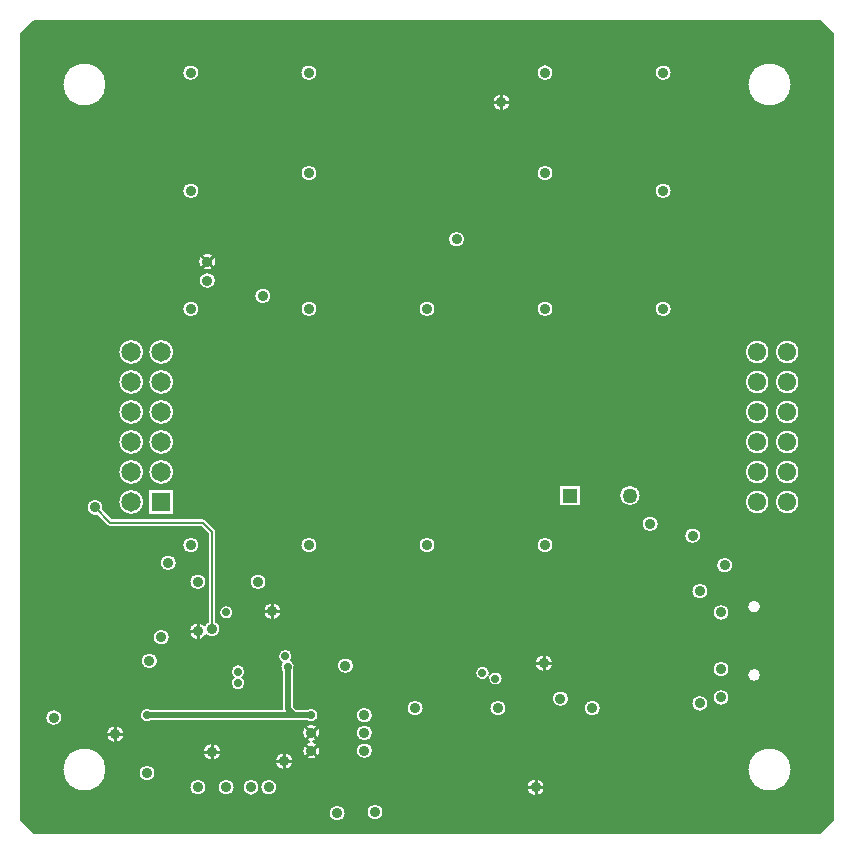
<source format=gbr>
G04 DesignSpark PCB PRO Gerber Version 10.0 Build 5299*
G04 #@! TF.Part,Single*
G04 #@! TF.FileFunction,Copper,L3,Inr*
G04 #@! TF.FilePolarity,Positive*
%FSLAX35Y35*%
%MOIN*%
G04 #@! TA.AperFunction,ComponentPad*
%ADD89R,0.05020X0.05020*%
%ADD29R,0.06496X0.06496*%
G04 #@! TD.AperFunction*
%ADD17C,0.00500*%
%ADD19C,0.00787*%
%ADD21C,0.01000*%
%ADD23C,0.01969*%
G04 #@! TA.AperFunction,ViaPad*
%ADD26C,0.02756*%
%ADD24C,0.03543*%
G04 #@! TA.AperFunction,ComponentPad*
%ADD90C,0.05020*%
%ADD28C,0.06102*%
%ADD72C,0.06496*%
G04 #@! TD.AperFunction*
X0Y0D02*
D02*
D17*
X14561Y269043D02*
Y7335D01*
X19002Y2894D01*
X280711D01*
X285152Y7335D01*
Y269043D01*
X280711Y273484D01*
X19002D01*
X14561Y269043D01*
X22638Y41339D02*
G75*
G02*
X28256I2809J0D01*
G01*
G75*
G02*
X22638I-2809J0D01*
G01*
X28346Y24016D02*
G75*
G02*
X43020I7337J0D01*
G01*
G75*
G02*
X28346I-7337J0D01*
G01*
Y252362D02*
G75*
G02*
X43020I7337J0D01*
G01*
G75*
G02*
X28346I-7337J0D01*
G01*
X79634Y73283D02*
G75*
G02*
X81012Y70866I-1431J-2417D01*
G01*
G75*
G02*
X76241Y68856I-2809J0D01*
G01*
G75*
G02*
X70457Y70079I-2763J1223D01*
G01*
G75*
G02*
X75695Y72132I3022J0D01*
G01*
G75*
G02*
X76772Y73283I2507J-1266D01*
G01*
Y102557D01*
X74460Y104868D01*
X44344D01*
G75*
G02*
X43331Y105289I0J1431D01*
G01*
X39924Y108696D01*
G75*
G02*
X36417Y111417I-697J2721D01*
G01*
G75*
G02*
X42035I2809J0D01*
G01*
G75*
G02*
X41948Y110720I-2809J0D01*
G01*
X44937Y107730D01*
X75053D01*
G75*
G02*
X76067Y107309I0J-1431D01*
G01*
X79213Y104163D01*
G75*
G02*
X79634Y103150I-1010J-1014D01*
G01*
Y73283D01*
X53740Y22835D02*
G75*
G02*
X59358I2809J0D01*
G01*
G75*
G02*
X53740I-2809J0D01*
G01*
X109952Y44148D02*
G75*
G02*
X113689Y42126I1322J-2022D01*
G01*
G75*
G02*
X109952Y40104I-2415J0D01*
G01*
X57871D01*
G75*
G02*
X54134Y42126I-1322J2022D01*
G01*
G75*
G02*
X57871Y44148I2415J0D01*
G01*
X101378D01*
Y56946D01*
G75*
G02*
X101450Y59694I2022J1322D01*
G01*
G75*
G02*
X100197Y61811I1162J2117D01*
G01*
G75*
G02*
X105028I2415J0D01*
G01*
G75*
G02*
X104562Y60385I-2415J0D01*
G01*
G75*
G02*
X105421Y56946I-1162J-2117D01*
G01*
Y44932D01*
X106206Y44148D01*
X109952D01*
X108252Y36220D02*
G75*
G02*
X114295I3022J0D01*
G01*
G75*
G02*
X111915Y33268I-3022J0D01*
G01*
G75*
G02*
X114295Y30315I-642J-2953D01*
G01*
G75*
G02*
X108252I-3022J0D01*
G01*
G75*
G02*
X110632Y33268I3022J0D01*
G01*
G75*
G02*
X108252Y36220I642J2953D01*
G01*
X70669Y18110D02*
G75*
G02*
X76287I2809J0D01*
G01*
G75*
G02*
X70669I-2809J0D01*
G01*
X75181Y29921D02*
G75*
G02*
X81224I3022J0D01*
G01*
G75*
G02*
X75181I-3022J0D01*
G01*
X80118Y18110D02*
G75*
G02*
X85736I2809J0D01*
G01*
G75*
G02*
X80118I-2809J0D01*
G01*
X88386D02*
G75*
G02*
X94004I2809J0D01*
G01*
G75*
G02*
X88386I-2809J0D01*
G01*
X94291D02*
G75*
G02*
X99909I2809J0D01*
G01*
G75*
G02*
X94291I-2809J0D01*
G01*
X99197Y26772D02*
G75*
G02*
X105240I3022J0D01*
G01*
G75*
G02*
X99197I-3022J0D01*
G01*
X54528Y60236D02*
G75*
G02*
X60146I2809J0D01*
G01*
G75*
G02*
X54528I-2809J0D01*
G01*
X58465Y68110D02*
G75*
G02*
X64083I2809J0D01*
G01*
G75*
G02*
X58465I-2809J0D01*
G01*
X60827Y92913D02*
G75*
G02*
X66445I2809J0D01*
G01*
G75*
G02*
X60827I-2809J0D01*
G01*
X68307Y98819D02*
G75*
G02*
X73925I2809J0D01*
G01*
G75*
G02*
X68307I-2809J0D01*
G01*
X70669Y86614D02*
G75*
G02*
X76287I2809J0D01*
G01*
G75*
G02*
X70669I-2809J0D01*
G01*
X42898Y35827D02*
G75*
G02*
X48941I3022J0D01*
G01*
G75*
G02*
X42898I-3022J0D01*
G01*
X46988Y113189D02*
G75*
G02*
X55559I4285J0D01*
G01*
G75*
G02*
X46988I-4285J0D01*
G01*
Y123189D02*
G75*
G02*
X55559I4285J0D01*
G01*
G75*
G02*
X46988I-4285J0D01*
G01*
Y133189D02*
G75*
G02*
X55559I4285J0D01*
G01*
G75*
G02*
X46988I-4285J0D01*
G01*
Y143189D02*
G75*
G02*
X55559I4285J0D01*
G01*
G75*
G02*
X46988I-4285J0D01*
G01*
Y153189D02*
G75*
G02*
X55559I4285J0D01*
G01*
G75*
G02*
X46988I-4285J0D01*
G01*
Y163189D02*
G75*
G02*
X55559I4285J0D01*
G01*
G75*
G02*
X46988I-4285J0D01*
G01*
X56988Y117474D02*
X65559D01*
Y108904D01*
X56988D01*
Y117474D01*
Y123189D02*
G75*
G02*
X65559I4285J0D01*
G01*
G75*
G02*
X56988I-4285J0D01*
G01*
Y133189D02*
G75*
G02*
X65559I4285J0D01*
G01*
G75*
G02*
X56988I-4285J0D01*
G01*
Y143189D02*
G75*
G02*
X65559I4285J0D01*
G01*
G75*
G02*
X56988I-4285J0D01*
G01*
Y153189D02*
G75*
G02*
X65559I4285J0D01*
G01*
G75*
G02*
X56988I-4285J0D01*
G01*
Y163189D02*
G75*
G02*
X65559I4285J0D01*
G01*
G75*
G02*
X56988I-4285J0D01*
G01*
X68307Y177559D02*
G75*
G02*
X73925I2809J0D01*
G01*
G75*
G02*
X68307I-2809J0D01*
G01*
Y216929D02*
G75*
G02*
X73925I2809J0D01*
G01*
G75*
G02*
X68307I-2809J0D01*
G01*
X73606Y193307D02*
G75*
G02*
X79650I3022J0D01*
G01*
G75*
G02*
X73606I-3022J0D01*
G01*
X73819Y187008D02*
G75*
G02*
X79437I2809J0D01*
G01*
G75*
G02*
X73819I-2809J0D01*
G01*
X68307Y256299D02*
G75*
G02*
X73925I2809J0D01*
G01*
G75*
G02*
X68307I-2809J0D01*
G01*
X80512Y76378D02*
G75*
G02*
X85343I2415J0D01*
G01*
G75*
G02*
X80512I-2415J0D01*
G01*
X84449Y56693D02*
G75*
G02*
X89280I2415J0D01*
G01*
G75*
G02*
X88264Y54724I-2415J0D01*
G01*
G75*
G02*
X89280Y52756I-1400J-1969D01*
G01*
G75*
G02*
X84449I-2415J0D01*
G01*
G75*
G02*
X85465Y54724I2415J0D01*
G01*
G75*
G02*
X84449Y56693I1400J1969D01*
G01*
X90748Y86614D02*
G75*
G02*
X96366I2809J0D01*
G01*
G75*
G02*
X90748I-2809J0D01*
G01*
X95260Y76772D02*
G75*
G02*
X101303I3022J0D01*
G01*
G75*
G02*
X95260I-3022J0D01*
G01*
X92323Y181890D02*
G75*
G02*
X97941I2809J0D01*
G01*
G75*
G02*
X92323I-2809J0D01*
G01*
X107677Y98819D02*
G75*
G02*
X113295I2809J0D01*
G01*
G75*
G02*
X107677I-2809J0D01*
G01*
Y177559D02*
G75*
G02*
X113295I2809J0D01*
G01*
G75*
G02*
X107677I-2809J0D01*
G01*
Y222835D02*
G75*
G02*
X113295I2809J0D01*
G01*
G75*
G02*
X107677I-2809J0D01*
G01*
Y256299D02*
G75*
G02*
X113295I2809J0D01*
G01*
G75*
G02*
X107677I-2809J0D01*
G01*
X117126Y9449D02*
G75*
G02*
X122744I2809J0D01*
G01*
G75*
G02*
X117126I-2809J0D01*
G01*
X119882Y58661D02*
G75*
G02*
X125500I2809J0D01*
G01*
G75*
G02*
X119882I-2809J0D01*
G01*
X126181Y30315D02*
G75*
G02*
X131799I2809J0D01*
G01*
G75*
G02*
X126181I-2809J0D01*
G01*
X129724Y9843D02*
G75*
G02*
X135343I2809J0D01*
G01*
G75*
G02*
X129724I-2809J0D01*
G01*
X126181Y36220D02*
G75*
G02*
X131799I2809J0D01*
G01*
G75*
G02*
X126181I-2809J0D01*
G01*
Y42126D02*
G75*
G02*
X131799I2809J0D01*
G01*
G75*
G02*
X126181I-2809J0D01*
G01*
X143110Y44488D02*
G75*
G02*
X148728I2809J0D01*
G01*
G75*
G02*
X143110I-2809J0D01*
G01*
X147047Y98819D02*
G75*
G02*
X152665I2809J0D01*
G01*
G75*
G02*
X147047I-2809J0D01*
G01*
Y177559D02*
G75*
G02*
X152665I2809J0D01*
G01*
G75*
G02*
X147047I-2809J0D01*
G01*
X156890Y200787D02*
G75*
G02*
X162508I2809J0D01*
G01*
G75*
G02*
X156890I-2809J0D01*
G01*
X170699Y55697D02*
G75*
G02*
X175106Y54331I1992J-1367D01*
G01*
G75*
G02*
X170276I-2415J0D01*
G01*
G75*
G02*
X170352Y54933I2416J-1D01*
G01*
G75*
G02*
X165945Y56299I-1992J1367D01*
G01*
G75*
G02*
X170776I2415J0D01*
G01*
G75*
G02*
X170699Y55697I-2416J1D01*
G01*
X170669Y44488D02*
G75*
G02*
X176287I2809J0D01*
G01*
G75*
G02*
X170669I-2809J0D01*
G01*
X171638Y246457D02*
G75*
G02*
X177681I3022J0D01*
G01*
G75*
G02*
X171638I-3022J0D01*
G01*
X183055Y18110D02*
G75*
G02*
X189098I3022J0D01*
G01*
G75*
G02*
X183055I-3022J0D01*
G01*
X185811Y59449D02*
G75*
G02*
X191854I3022J0D01*
G01*
G75*
G02*
X185811I-3022J0D01*
G01*
X191535Y47638D02*
G75*
G02*
X197154I2809J0D01*
G01*
G75*
G02*
X191535I-2809J0D01*
G01*
X186417Y98819D02*
G75*
G02*
X192035I2809J0D01*
G01*
G75*
G02*
X186417I-2809J0D01*
G01*
Y177559D02*
G75*
G02*
X192035I2809J0D01*
G01*
G75*
G02*
X186417I-2809J0D01*
G01*
Y222835D02*
G75*
G02*
X192035I2809J0D01*
G01*
G75*
G02*
X186417I-2809J0D01*
G01*
Y256299D02*
G75*
G02*
X192035I2809J0D01*
G01*
G75*
G02*
X186417I-2809J0D01*
G01*
X193947Y118902D02*
X201041D01*
Y111807D01*
X193947D01*
Y118902D01*
X202165Y44488D02*
G75*
G02*
X207783I2809J0D01*
G01*
G75*
G02*
X202165I-2809J0D01*
G01*
X213947Y115354D02*
G75*
G02*
X221041I3547J0D01*
G01*
G75*
G02*
X213947I-3547J0D01*
G01*
X221457Y105906D02*
G75*
G02*
X227075I2809J0D01*
G01*
G75*
G02*
X221457I-2809J0D01*
G01*
X225787Y177559D02*
G75*
G02*
X231406I2809J0D01*
G01*
G75*
G02*
X225787I-2809J0D01*
G01*
Y216929D02*
G75*
G02*
X231406I2809J0D01*
G01*
G75*
G02*
X225787I-2809J0D01*
G01*
Y256299D02*
G75*
G02*
X231406I2809J0D01*
G01*
G75*
G02*
X225787I-2809J0D01*
G01*
X235630Y101969D02*
G75*
G02*
X241248I2809J0D01*
G01*
G75*
G02*
X235630I-2809J0D01*
G01*
X237992Y46063D02*
G75*
G02*
X243610I2809J0D01*
G01*
G75*
G02*
X237992I-2809J0D01*
G01*
Y83465D02*
G75*
G02*
X243610I2809J0D01*
G01*
G75*
G02*
X237992I-2809J0D01*
G01*
X245079Y48031D02*
G75*
G02*
X250697I2809J0D01*
G01*
G75*
G02*
X245079I-2809J0D01*
G01*
Y57480D02*
G75*
G02*
X250697I2809J0D01*
G01*
G75*
G02*
X245079I-2809J0D01*
G01*
Y76378D02*
G75*
G02*
X250697I2809J0D01*
G01*
G75*
G02*
X245079I-2809J0D01*
G01*
X246260Y92126D02*
G75*
G02*
X251878I2809J0D01*
G01*
G75*
G02*
X246260I-2809J0D01*
G01*
X255846Y113189D02*
G75*
G02*
X264024I4089J0D01*
G01*
G75*
G02*
X255846I-4089J0D01*
G01*
X256583Y55551D02*
G75*
G02*
X261217I2317J0D01*
G01*
G75*
G02*
X256583I-2317J0D01*
G01*
X256693Y24016D02*
G75*
G02*
X271366I7337J0D01*
G01*
G75*
G02*
X256693I-7337J0D01*
G01*
X256583Y78307D02*
G75*
G02*
X261217I2317J0D01*
G01*
G75*
G02*
X256583I-2317J0D01*
G01*
X255846Y123189D02*
G75*
G02*
X264024I4089J0D01*
G01*
G75*
G02*
X255846I-4089J0D01*
G01*
Y133189D02*
G75*
G02*
X264024I4089J0D01*
G01*
G75*
G02*
X255846I-4089J0D01*
G01*
Y143189D02*
G75*
G02*
X264024I4089J0D01*
G01*
G75*
G02*
X255846I-4089J0D01*
G01*
Y153189D02*
G75*
G02*
X264024I4089J0D01*
G01*
G75*
G02*
X255846I-4089J0D01*
G01*
Y163189D02*
G75*
G02*
X264024I4089J0D01*
G01*
G75*
G02*
X255846I-4089J0D01*
G01*
X256693Y252362D02*
G75*
G02*
X271366I7337J0D01*
G01*
G75*
G02*
X256693I-7337J0D01*
G01*
X265846Y113189D02*
G75*
G02*
X274024I4089J0D01*
G01*
G75*
G02*
X265846I-4089J0D01*
G01*
Y123189D02*
G75*
G02*
X274024I4089J0D01*
G01*
G75*
G02*
X265846I-4089J0D01*
G01*
Y133189D02*
G75*
G02*
X274024I4089J0D01*
G01*
G75*
G02*
X265846I-4089J0D01*
G01*
Y143189D02*
G75*
G02*
X274024I4089J0D01*
G01*
G75*
G02*
X265846I-4089J0D01*
G01*
Y153189D02*
G75*
G02*
X274024I4089J0D01*
G01*
G75*
G02*
X265846I-4089J0D01*
G01*
Y163189D02*
G75*
G02*
X274024I4089J0D01*
G01*
G75*
G02*
X265846I-4089J0D01*
G01*
X14811Y9449D02*
G36*
X14811Y9449D02*
Y7085D01*
X18752Y3144D01*
X280961D01*
X284902Y7085D01*
Y9449D01*
X135315D01*
G75*
G02*
X129752I-2781J394D01*
G01*
X122744D01*
G75*
G02*
X117126I-2809J0D01*
G01*
X14811D01*
G37*
Y18110D02*
G36*
X14811Y18110D02*
Y9449D01*
X117126D01*
G75*
G02*
X122744I2809J0D01*
G01*
X129752D01*
G75*
G02*
X129724Y9843I2781J393D01*
G01*
G75*
G02*
X135343I2809J0D01*
G01*
G75*
G02*
X135315Y9449I-2809J-1D01*
G01*
X284902D01*
Y18110D01*
X268383D01*
G75*
G02*
X259676I-4353J5906D01*
G01*
X189098D01*
G75*
G02*
X183055I-3022J0D01*
G01*
X99909D01*
G75*
G02*
X94291I-2809J0D01*
G01*
X94004D01*
G75*
G02*
X88386I-2809J0D01*
G01*
X85736D01*
G75*
G02*
X80118I-2809J0D01*
G01*
X76287D01*
G75*
G02*
X70669I-2809J0D01*
G01*
X40036D01*
G75*
G02*
X31330I-4353J5906D01*
G01*
X14811D01*
G37*
Y24016D02*
G36*
X14811Y24016D02*
Y18110D01*
X31330D01*
G75*
G02*
X28346Y24016I4353J5906D01*
G01*
X14811D01*
G37*
X43020D02*
G36*
X43020Y24016D02*
G75*
G02*
X40036Y18110I-7337J0D01*
G01*
X70669D01*
G75*
G02*
X76287I2809J0D01*
G01*
X80118D01*
G75*
G02*
X85736I2809J0D01*
G01*
X88386D01*
G75*
G02*
X94004I2809J0D01*
G01*
X94291D01*
G75*
G02*
X99909I2809J0D01*
G01*
X183055D01*
G75*
G02*
X189098I3022J0D01*
G01*
X259676D01*
G75*
G02*
X256693Y24016I4353J5906D01*
G01*
X103457D01*
G75*
G02*
X100980I-1239J2756D01*
G01*
X59098D01*
G75*
G02*
X59358Y22835I-2549J-1181D01*
G01*
G75*
G02*
X53740I-2809J0D01*
G01*
G75*
G02*
X54000Y24016I2809J0D01*
G01*
X43020D01*
G37*
X271366D02*
G36*
X271366Y24016D02*
G75*
G02*
X268383Y18110I-7337J0D01*
G01*
X284902D01*
Y24016D01*
X271366D01*
G37*
X14811Y29921D02*
G36*
X14811Y29921D02*
Y24016D01*
X28346D01*
G75*
G02*
X31330Y29921I7337J0D01*
G01*
X14811D01*
G37*
X40036D02*
G36*
X40036Y29921D02*
G75*
G02*
X43020Y24016I-4353J-5906D01*
G01*
X54000D01*
G75*
G02*
X59098I2549J-1181D01*
G01*
X100980D01*
G75*
G02*
X99197Y26772I1239J2756D01*
G01*
G75*
G02*
X105240I3022J0D01*
G01*
G75*
G02*
X103457Y24016I-3022J0D01*
G01*
X256693D01*
G75*
G02*
X259676Y29921I7337J0D01*
G01*
X131772D01*
G75*
G02*
X126209I-2781J394D01*
G01*
X114270D01*
G75*
G02*
X108278I-2996J394D01*
G01*
X81224D01*
G75*
G02*
X75181I-3022J0D01*
G01*
X40036D01*
G37*
X268383D02*
G36*
X268383Y29921D02*
G75*
G02*
X271366Y24016I-4353J-5906D01*
G01*
X284902D01*
Y29921D01*
X268383D01*
G37*
X14811Y33268D02*
G36*
X14811Y33268D02*
Y29921D01*
X31330D01*
G75*
G02*
X40036I4353J-5906D01*
G01*
X75181D01*
G75*
G02*
X81224I3022J0D01*
G01*
X108278D01*
G75*
G02*
X108252Y30315I2996J393D01*
G01*
G75*
G02*
X110632Y33268I3022J0D01*
G01*
X47526D01*
G75*
G02*
X44313I-1607J2559D01*
G01*
X14811D01*
G37*
X114295Y30315D02*
G36*
X114295Y30315D02*
G75*
G02*
X114270Y29921I-3022J-1D01*
G01*
X126209D01*
G75*
G02*
X126181Y30315I2781J393D01*
G01*
G75*
G02*
X131799I2809J0D01*
G01*
G75*
G02*
X131772Y29921I-2809J-1D01*
G01*
X259676D01*
G75*
G02*
X268383I4353J-5906D01*
G01*
X284902D01*
Y33268D01*
X111915D01*
G75*
G02*
X114295Y30316I-641J-2952D01*
G01*
G75*
G02*
Y30315I-3470J0D01*
G01*
G37*
X14811Y36220D02*
G36*
X14811Y36220D02*
Y33268D01*
X44313D01*
G75*
G02*
X42898Y35827I1607J2559D01*
G01*
G75*
G02*
X42923Y36220I3022J1D01*
G01*
X14811D01*
G37*
X48941Y35827D02*
G36*
X48941Y35827D02*
G75*
G02*
X47526Y33268I-3022J0D01*
G01*
X110632D01*
G75*
G02*
X108252Y36220I641J2952D01*
G01*
X48915Y36220D01*
G75*
G02*
X48941Y35827I-2996J-393D01*
G01*
G37*
X114295Y36220D02*
G36*
X114295Y36220D02*
G75*
G02*
X111915Y33268I-3022J0D01*
G01*
X284902D01*
Y36220D01*
X131799D01*
G75*
G02*
X126181I-2809J0D01*
G01*
X114295D01*
G37*
X14811Y41339D02*
G36*
X14811Y41339D02*
Y36220D01*
X42923D01*
G75*
G02*
X48915I2996J-394D01*
G01*
X108252D01*
G75*
G02*
X114295I3022J0D01*
G01*
X126181D01*
G75*
G02*
X131799I2809J0D01*
G01*
X284902D01*
Y41339D01*
X131687D01*
G75*
G02*
X126294I-2696J787D01*
G01*
X113557D01*
G75*
G02*
X109952Y40104I-2283J787D01*
G01*
X57871D01*
G75*
G02*
X54266Y41339I-1322J2022D01*
G01*
X28256D01*
G75*
G02*
X22638I-2809J0D01*
G01*
X14811D01*
G37*
Y44488D02*
G36*
X14811Y44488D02*
Y41339D01*
X22638D01*
G75*
G02*
X28256I2809J0D01*
G01*
X54266D01*
G75*
G02*
X54134Y42126I2283J787D01*
G01*
G75*
G02*
X56045Y44488I2415J0D01*
G01*
X14811D01*
G37*
X57053D02*
G36*
X57053Y44488D02*
G75*
G02*
X57871Y44148I-504J-2362D01*
G01*
X101378D01*
Y44488D01*
X57053D01*
G37*
X105865D02*
G36*
X105865Y44488D02*
X106206Y44148D01*
X109952D01*
G75*
G02*
X110770Y44488I1322J-2021D01*
G01*
X105865D01*
G37*
X113689Y42126D02*
G36*
X113689Y42126D02*
G75*
G02*
X113557Y41339I-2415J0D01*
G01*
X126294D01*
G75*
G02*
X126181Y42126I2696J787D01*
G01*
G75*
G02*
X127470Y44488I2809J0D01*
G01*
X111778D01*
G75*
G02*
X113689Y42126I-504J-2362D01*
G01*
G37*
X131799D02*
G36*
X131799Y42126D02*
G75*
G02*
X131687Y41339I-2809J0D01*
G01*
X284902D01*
Y44488D01*
X243127D01*
G75*
G02*
X238475I-2326J1575D01*
G01*
X207783D01*
G75*
G02*
X202165I-2809J0D01*
G01*
X176287D01*
G75*
G02*
X170669I-2809J0D01*
G01*
X148728D01*
G75*
G02*
X143110I-2809J0D01*
G01*
X130510D01*
G75*
G02*
X131799Y42126I-1520J-2362D01*
G01*
G37*
X14811Y47638D02*
G36*
X14811Y47638D02*
Y44488D01*
X56045D01*
G75*
G02*
X57053I504J-2363D01*
G01*
X101378D01*
Y47638D01*
X14811D01*
G37*
X105421D02*
G36*
X105421Y47638D02*
Y44932D01*
X105865Y44488D01*
X110770D01*
G75*
G02*
X111778I504J-2363D01*
G01*
X127470D01*
G75*
G02*
X130510I1520J-2362D01*
G01*
X143110D01*
G75*
G02*
X148728I2809J0D01*
G01*
X170669D01*
G75*
G02*
X176287I2809J0D01*
G01*
X202165D01*
G75*
G02*
X207783I2809J0D01*
G01*
X238475D01*
G75*
G02*
X237992Y46063I2326J1575D01*
G01*
G75*
G02*
X238475Y47638I2809J0D01*
G01*
X197154D01*
G75*
G02*
X191535I-2809J0D01*
G01*
X105421D01*
G37*
X243610Y46063D02*
G36*
X243610Y46063D02*
G75*
G02*
X243127Y44488I-2809J0D01*
G01*
X284902D01*
Y47638D01*
X250669D01*
G75*
G02*
X245106I-2781J394D01*
G01*
X243127D01*
G75*
G02*
X243610Y46063I-2326J-1575D01*
G01*
G37*
X14811Y54724D02*
G36*
X14811Y54724D02*
Y47638D01*
X101378D01*
Y54724D01*
X88264D01*
G75*
G02*
X89280Y52756I-1400J-1969D01*
G01*
G75*
G02*
X84449I-2415J0D01*
G01*
G75*
G02*
X85465Y54724I2416J0D01*
G01*
X14811D01*
G37*
X105421D02*
G36*
X105421Y54724D02*
Y47638D01*
X191535D01*
G75*
G02*
X197154I2809J0D01*
G01*
X238475D01*
G75*
G02*
X243127I2326J-1575D01*
G01*
X245106D01*
G75*
G02*
X245079Y48031I2781J393D01*
G01*
G75*
G02*
X250697I2809J0D01*
G01*
G75*
G02*
X250669Y47638I-2809J-1D01*
G01*
X284902D01*
Y54724D01*
X261064D01*
G75*
G02*
X256735I-2165J827D01*
G01*
X248431D01*
G75*
G02*
X247344I-544J2755D01*
G01*
X175074D01*
G75*
G02*
X175106Y54331I-2383J-394D01*
G01*
G75*
G02*
X170276I-2415J0D01*
G01*
G75*
G02*
X170308Y54724I2423J0D01*
G01*
X170192D01*
G75*
G02*
X166529I-1831J1575D01*
G01*
X105421D01*
G37*
X14811Y57480D02*
G36*
X14811Y57480D02*
Y54724D01*
X85465D01*
G75*
G02*
X84449Y56693I1400J1969D01*
G01*
G75*
G02*
X84581Y57480I2415J0D01*
G01*
X57880D01*
G75*
G02*
X56793I-544J2755D01*
G01*
X14811D01*
G37*
X89280Y56693D02*
G36*
X89280Y56693D02*
G75*
G02*
X88264Y54724I-2416J0D01*
G01*
X101378D01*
Y56946D01*
G75*
G02*
X101116Y57480I2022J1322D01*
G01*
X89148D01*
G75*
G02*
X89280Y56693I-2283J-787D01*
G01*
G37*
X105421Y56946D02*
G36*
X105421Y56946D02*
Y54724D01*
X166529D01*
G75*
G02*
X165945Y56299I1831J1575D01*
G01*
G75*
G02*
X166254Y57480I2415J0D01*
G01*
X125240D01*
G75*
G02*
X120142I-2549J1181D01*
G01*
X105683D01*
G75*
G02*
X105421Y56946I-2283J788D01*
G01*
G37*
X170192Y54724D02*
G36*
X170192Y54724D02*
X170308D01*
G75*
G02*
X170352Y54933I2391J-397D01*
G01*
G75*
G02*
X170192Y54724I-1992J1367D01*
G01*
G37*
X170776Y56299D02*
G36*
X170776Y56299D02*
G75*
G02*
X170699Y55697I-2423J2D01*
G01*
G75*
G02*
X175074Y54724I1992J-1367D01*
G01*
X247344D01*
G75*
G02*
X245079Y57480I544J2756D01*
G01*
X191125D01*
G75*
G02*
X186540I-2293J1969D01*
G01*
X170467D01*
G75*
G02*
X170776Y56299I-2107J-1181D01*
G01*
G37*
X250697Y57480D02*
G36*
X250697Y57480D02*
G75*
G02*
X248431Y54724I-2809J0D01*
G01*
X256735D01*
G75*
G02*
X256583Y55551I2165J826D01*
G01*
G75*
G02*
X257617Y57480I2317J0D01*
G01*
X250697D01*
G37*
X261217Y55551D02*
G36*
X261217Y55551D02*
G75*
G02*
X261064Y54724I-2317J0D01*
G01*
X284902D01*
Y57480D01*
X260183D01*
G75*
G02*
X261217Y55551I-1283J-1929D01*
G01*
G37*
X14811Y60236D02*
G36*
X14811Y60236D02*
Y57480D01*
X56793D01*
G75*
G02*
X54528Y60236I544J2756D01*
G01*
X14811D01*
G37*
X60146D02*
G36*
X60146Y60236D02*
G75*
G02*
X57880Y57480I-2809J0D01*
G01*
X84581D01*
G75*
G02*
X89148I2283J-787D01*
G01*
X101116D01*
G75*
G02*
X100984Y58268I2283J787D01*
G01*
G75*
G02*
X101450Y59694I2415J0D01*
G01*
G75*
G02*
X100781Y60236I1161J2117D01*
G01*
X60146D01*
G37*
X105815Y58268D02*
G36*
X105815Y58268D02*
G75*
G02*
X105683Y57480I-2415J0D01*
G01*
X120142D01*
G75*
G02*
X119882Y58661I2549J1181D01*
G01*
G75*
G02*
X120365Y60236I2809J0D01*
G01*
X104799D01*
G75*
G02*
X105815Y58268I-1400J-1969D01*
G01*
G37*
X125500Y58661D02*
G36*
X125500Y58661D02*
G75*
G02*
X125240Y57480I-2809J0D01*
G01*
X166254D01*
G75*
G02*
X170467I2107J-1181D01*
G01*
X186540D01*
G75*
G02*
X185811Y59449I2293J1969D01*
G01*
G75*
G02*
X185915Y60236I3022J0D01*
G01*
X125017D01*
G75*
G02*
X125500Y58661I-2326J-1575D01*
G01*
G37*
X191854Y59449D02*
G36*
X191854Y59449D02*
G75*
G02*
X191125Y57480I-3022J0D01*
G01*
X245079D01*
G75*
G02*
X247344Y60236I2809J0D01*
G01*
X191750D01*
G75*
G02*
X191854Y59449I-2917J-787D01*
G01*
G37*
X248431Y60236D02*
G36*
X248431Y60236D02*
G75*
G02*
X250697Y57480I-544J-2756D01*
G01*
X257617D01*
G75*
G02*
X260183I1283J-1929D01*
G01*
X284902D01*
Y60236D01*
X248431D01*
G37*
X14811Y68110D02*
G36*
X14811Y68110D02*
Y60236D01*
X54528D01*
G75*
G02*
X60146I2809J0D01*
G01*
X100781D01*
G75*
G02*
X100197Y61810I1830J1574D01*
G01*
G75*
G02*
Y61811I2820J0D01*
G01*
G75*
G02*
X105028I2415J0D01*
G01*
Y61811D01*
G75*
G02*
X104562Y60385I-2415J0D01*
G01*
G75*
G02*
X104799Y60236I-1162J-2118D01*
G01*
X120365D01*
G75*
G02*
X125017I2326J-1575D01*
G01*
X185915D01*
G75*
G02*
X191750I2917J-787D01*
G01*
X247344D01*
G75*
G02*
X248431I544J-2755D01*
G01*
X284902D01*
Y68110D01*
X78745D01*
G75*
G02*
X77661I-542J2756D01*
G01*
X75771D01*
G75*
G02*
X71186I-2293J1969D01*
G01*
X64083D01*
G75*
G02*
X58465I-2809J0D01*
G01*
X14811D01*
G37*
Y76378D02*
G36*
X14811Y76378D02*
Y68110D01*
X58465D01*
G75*
G02*
X64083I2809J0D01*
G01*
X71186D01*
G75*
G02*
X70457Y70079I2293J1969D01*
G01*
G75*
G02*
X75695Y72132I3022J0D01*
G01*
G75*
G02*
X76772Y73283I2507J-1266D01*
G01*
Y76378D01*
X14811D01*
G37*
X76241Y68856D02*
G36*
X76241Y68856D02*
G75*
G02*
X75771Y68110I-2763J1223D01*
G01*
X77661D01*
G75*
G02*
X76241Y68856I542J2756D01*
G01*
G37*
X79634Y76378D02*
G36*
X79634Y76378D02*
Y73283D01*
G75*
G02*
X81012Y70867I-1430J-2417D01*
G01*
G75*
G02*
Y70866I-3007J0D01*
G01*
G75*
G02*
X78745Y68110I-2809J0D01*
G01*
X284902D01*
Y76378D01*
X260183D01*
G75*
G02*
X257617I-1283J1929D01*
G01*
X250697D01*
G75*
G02*
X245079I-2809J0D01*
G01*
X101278D01*
G75*
G02*
X95285I-2996J394D01*
G01*
X85343D01*
G75*
G02*
X80512I-2415J0D01*
G01*
X79634D01*
G37*
X14811Y83465D02*
G36*
X14811Y83465D02*
Y76378D01*
X76772D01*
Y83465D01*
X14811D01*
G37*
X79634D02*
G36*
X79634Y83465D02*
Y76378D01*
X80512D01*
G75*
G02*
X85343I2415J0D01*
G01*
X95285D01*
G75*
G02*
X95260Y76772I2996J393D01*
G01*
G75*
G02*
X101303I3022J0D01*
G01*
G75*
G02*
X101278Y76378I-3022J-1D01*
G01*
X245079D01*
G75*
G02*
X250697I2809J0D01*
G01*
X257617D01*
G75*
G02*
X256583Y78307I1283J1929D01*
G01*
G75*
G02*
X261217I2317J0D01*
G01*
G75*
G02*
X260183Y76378I-2317J0D01*
G01*
X284902D01*
Y83465D01*
X243610D01*
G75*
G02*
X237992I-2809J0D01*
G01*
X79634D01*
G37*
X14811Y86614D02*
G36*
X14811Y86614D02*
Y83465D01*
X76772D01*
Y86614D01*
X76287D01*
G75*
G02*
X70669I-2809J0D01*
G01*
X14811D01*
G37*
X79634D02*
G36*
X79634Y86614D02*
Y83465D01*
X237992D01*
G75*
G02*
X243610I2809J0D01*
G01*
X284902D01*
Y86614D01*
X96366D01*
G75*
G02*
X90748I-2809J0D01*
G01*
X79634D01*
G37*
X14811Y90642D02*
G36*
X14811Y90642D02*
Y86614D01*
X70669D01*
G75*
G02*
X76287I2809J0D01*
G01*
X76772D01*
Y90642D01*
X65288D01*
G75*
G02*
X61983I-1652J2272D01*
G01*
X14811D01*
G37*
X79634D02*
G36*
X79634Y90642D02*
Y86614D01*
X90748D01*
G75*
G02*
X96366I2809J0D01*
G01*
X284902D01*
Y90642D01*
X251454D01*
G75*
G02*
X246684I-2385J1484D01*
G01*
X79634D01*
G37*
X14811Y98819D02*
G36*
X14811Y98819D02*
Y90642D01*
X61983D01*
G75*
G02*
X60827Y92913I1652J2272D01*
G01*
G75*
G02*
X66445I2809J0D01*
G01*
G75*
G02*
X65288Y90642I-2809J0D01*
G01*
X76772D01*
Y98819D01*
X73925D01*
G75*
G02*
X68307I-2809J0D01*
G01*
X14811D01*
G37*
X79634D02*
G36*
X79634Y98819D02*
Y90642D01*
X246684D01*
G75*
G02*
X246260Y92126I2385J1484D01*
G01*
G75*
G02*
X251878I2809J0D01*
G01*
G75*
G02*
X251454Y90642I-2809J0D01*
G01*
X284902D01*
Y98819D01*
X192035D01*
G75*
G02*
X186417I-2809J0D01*
G01*
X152665D01*
G75*
G02*
X147047I-2809J0D01*
G01*
X113295D01*
G75*
G02*
X107677I-2809J0D01*
G01*
X79634D01*
G37*
X14811Y101969D02*
G36*
X14811Y101969D02*
Y98819D01*
X68307D01*
G75*
G02*
X73925I2809J0D01*
G01*
X76772D01*
Y101969D01*
X14811D01*
G37*
X79634D02*
G36*
X79634Y101969D02*
Y98819D01*
X107677D01*
G75*
G02*
X113295I2809J0D01*
G01*
X147047D01*
G75*
G02*
X152665I2809J0D01*
G01*
X186417D01*
G75*
G02*
X192035I2809J0D01*
G01*
X284902D01*
Y101969D01*
X241248D01*
G75*
G02*
X235630I-2809J0D01*
G01*
X79634D01*
G37*
X14811Y105906D02*
G36*
X14811Y105906D02*
Y101969D01*
X76772D01*
Y102557D01*
X74460Y104868D01*
X44344D01*
G75*
G02*
X43331Y105289I0J1430D01*
G01*
X42715Y105906D01*
X14811D01*
G37*
X77470D02*
G36*
X77470Y105906D02*
X79213Y104163D01*
G75*
G02*
X79634Y103150I-1009J-1013D01*
G01*
Y101969D01*
X235630D01*
G75*
G02*
X241248I2809J0D01*
G01*
X284902D01*
Y105906D01*
X227075D01*
G75*
G02*
X221457I-2809J0D01*
G01*
X77470D01*
G37*
X14811Y113189D02*
G36*
X14811Y113189D02*
Y105906D01*
X42715D01*
X39924Y108696D01*
G75*
G02*
X36417Y111417I-698J2721D01*
G01*
Y111417D01*
G75*
G02*
X37046Y113189I2809J0D01*
G01*
X14811D01*
G37*
X41406D02*
G36*
X41406Y113189D02*
G75*
G02*
X42035Y111417I-2180J-1772D01*
G01*
Y111417D01*
G75*
G02*
X41948Y110720I-2810J0D01*
G01*
X44937Y107730D01*
X75053D01*
G75*
G02*
X76067Y107309I0J-1430D01*
G01*
X77470Y105906D01*
X221457D01*
G75*
G02*
X227075I2809J0D01*
G01*
X284902D01*
Y113189D01*
X274024D01*
G75*
G02*
X265846I-4089J0D01*
G01*
X264024D01*
G75*
G02*
X255846I-4089J0D01*
G01*
X220304D01*
G75*
G02*
X214684I-2810J2165D01*
G01*
X201041D01*
Y111807D01*
X193947D01*
Y113189D01*
X65559D01*
Y108904D01*
X56988D01*
Y113189D01*
X55559D01*
G75*
G02*
X46988I-4285J0D01*
G01*
X41406D01*
G37*
X14811Y123189D02*
G36*
X14811Y123189D02*
Y113189D01*
X37046D01*
G75*
G02*
X41406I2180J-1772D01*
G01*
X46988D01*
G75*
G02*
X55559I4285J0D01*
G01*
X56988D01*
Y117474D01*
X65559D01*
Y113189D01*
X193947D01*
Y118902D01*
X201041D01*
Y113189D01*
X214684D01*
G75*
G02*
X213947Y115354I2810J2165D01*
G01*
G75*
G02*
X221041I3547J0D01*
G01*
G75*
G02*
X220304Y113189I-3547J0D01*
G01*
X255846D01*
G75*
G02*
X264024I4089J0D01*
G01*
X265846D01*
G75*
G02*
X274024I4089J0D01*
G01*
X284902D01*
Y123189D01*
X274024D01*
G75*
G02*
X265846I-4089J0D01*
G01*
X264024D01*
G75*
G02*
X255846I-4089J0D01*
G01*
X65559D01*
G75*
G02*
X56988I-4285J0D01*
G01*
X55559D01*
G75*
G02*
X46988I-4285J0D01*
G01*
X14811D01*
G37*
Y133189D02*
G36*
X14811Y133189D02*
Y123189D01*
X46988D01*
G75*
G02*
X55559I4285J0D01*
G01*
X56988D01*
G75*
G02*
X65559I4285J0D01*
G01*
X255846D01*
G75*
G02*
X264024I4089J0D01*
G01*
X265846D01*
G75*
G02*
X274024I4089J0D01*
G01*
X284902D01*
Y133189D01*
X274024D01*
G75*
G02*
X265846I-4089J0D01*
G01*
X264024D01*
G75*
G02*
X255846I-4089J0D01*
G01*
X65559D01*
G75*
G02*
X56988I-4285J0D01*
G01*
X55559D01*
G75*
G02*
X46988I-4285J0D01*
G01*
X14811D01*
G37*
Y143189D02*
G36*
X14811Y143189D02*
Y133189D01*
X46988D01*
G75*
G02*
X55559I4285J0D01*
G01*
X56988D01*
G75*
G02*
X65559I4285J0D01*
G01*
X255846D01*
G75*
G02*
X264024I4089J0D01*
G01*
X265846D01*
G75*
G02*
X274024I4089J0D01*
G01*
X284902D01*
Y143189D01*
X274024D01*
G75*
G02*
X265846I-4089J0D01*
G01*
X264024D01*
G75*
G02*
X255846I-4089J0D01*
G01*
X65559D01*
G75*
G02*
X56988I-4285J0D01*
G01*
X55559D01*
G75*
G02*
X46988I-4285J0D01*
G01*
X14811D01*
G37*
Y153189D02*
G36*
X14811Y153189D02*
Y143189D01*
X46988D01*
G75*
G02*
X55559I4285J0D01*
G01*
X56988D01*
G75*
G02*
X65559I4285J0D01*
G01*
X255846D01*
G75*
G02*
X264024I4089J0D01*
G01*
X265846D01*
G75*
G02*
X274024I4089J0D01*
G01*
X284902D01*
Y153189D01*
X274024D01*
G75*
G02*
X265846I-4089J0D01*
G01*
X264024D01*
G75*
G02*
X255846I-4089J0D01*
G01*
X65559D01*
G75*
G02*
X56988I-4285J0D01*
G01*
X55559D01*
G75*
G02*
X46988I-4285J0D01*
G01*
X14811D01*
G37*
Y163189D02*
G36*
X14811Y163189D02*
Y153189D01*
X46988D01*
G75*
G02*
X55559I4285J0D01*
G01*
X56988D01*
G75*
G02*
X65559I4285J0D01*
G01*
X255846D01*
G75*
G02*
X264024I4089J0D01*
G01*
X265846D01*
G75*
G02*
X274024I4089J0D01*
G01*
X284902D01*
Y163189D01*
X274024D01*
G75*
G02*
X265846I-4089J0D01*
G01*
X264024D01*
G75*
G02*
X255846I-4089J0D01*
G01*
X65559D01*
G75*
G02*
X56988I-4285J0D01*
G01*
X55559D01*
G75*
G02*
X46988I-4285J0D01*
G01*
X14811D01*
G37*
Y177559D02*
G36*
X14811Y177559D02*
Y163189D01*
X46988D01*
G75*
G02*
X55559I4285J0D01*
G01*
X56988D01*
G75*
G02*
X65559I4285J0D01*
G01*
X255846D01*
G75*
G02*
X264024I4089J0D01*
G01*
X265846D01*
G75*
G02*
X274024I4089J0D01*
G01*
X284902D01*
Y177559D01*
X231406D01*
G75*
G02*
X225787I-2809J0D01*
G01*
X192035D01*
G75*
G02*
X186417I-2809J0D01*
G01*
X152665D01*
G75*
G02*
X147047I-2809J0D01*
G01*
X113295D01*
G75*
G02*
X107677I-2809J0D01*
G01*
X73925D01*
G75*
G02*
X68307I-2809J0D01*
G01*
X14811D01*
G37*
Y181890D02*
G36*
X14811Y181890D02*
Y177559D01*
X68307D01*
G75*
G02*
X73925I2809J0D01*
G01*
X107677D01*
G75*
G02*
X113295I2809J0D01*
G01*
X147047D01*
G75*
G02*
X152665I2809J0D01*
G01*
X186417D01*
G75*
G02*
X192035I2809J0D01*
G01*
X225787D01*
G75*
G02*
X231406I2809J0D01*
G01*
X284902D01*
Y181890D01*
X97941D01*
G75*
G02*
X92323I-2809J0D01*
G01*
X14811D01*
G37*
Y187008D02*
G36*
X14811Y187008D02*
Y181890D01*
X92323D01*
G75*
G02*
X97941I2809J0D01*
G01*
X284902D01*
Y187008D01*
X79437D01*
G75*
G02*
X73819I-2809J0D01*
G01*
X14811D01*
G37*
Y193307D02*
G36*
X14811Y193307D02*
Y187008D01*
X73819D01*
G75*
G02*
X79437I2809J0D01*
G01*
X284902D01*
Y193307D01*
X79650D01*
G75*
G02*
X73606I-3022J0D01*
G01*
X14811D01*
G37*
Y200787D02*
G36*
X14811Y200787D02*
Y193307D01*
X73606D01*
G75*
G02*
X79650I3022J0D01*
G01*
X284902D01*
Y200787D01*
X162508D01*
G75*
G02*
X156890I-2809J0D01*
G01*
X14811D01*
G37*
Y216929D02*
G36*
X14811Y216929D02*
Y200787D01*
X156890D01*
G75*
G02*
X162508I2809J0D01*
G01*
X284902D01*
Y216929D01*
X231406D01*
G75*
G02*
X225787I-2809J0D01*
G01*
X73925D01*
G75*
G02*
X68307I-2809J0D01*
G01*
X14811D01*
G37*
Y222835D02*
G36*
X14811Y222835D02*
Y216929D01*
X68307D01*
G75*
G02*
X73925I2809J0D01*
G01*
X225787D01*
G75*
G02*
X231406I2809J0D01*
G01*
X284902D01*
Y222835D01*
X192035D01*
G75*
G02*
X186417I-2809J0D01*
G01*
X113295D01*
G75*
G02*
X107677I-2809J0D01*
G01*
X14811D01*
G37*
Y246457D02*
G36*
X14811Y246457D02*
Y222835D01*
X107677D01*
G75*
G02*
X113295I2809J0D01*
G01*
X186417D01*
G75*
G02*
X192035I2809J0D01*
G01*
X284902D01*
Y246457D01*
X268383D01*
G75*
G02*
X259676I-4353J5906D01*
G01*
X177681D01*
G75*
G02*
X171638I-3022J0D01*
G01*
X40036D01*
G75*
G02*
X31330I-4353J5906D01*
G01*
X14811D01*
G37*
Y252362D02*
G36*
X14811Y252362D02*
Y246457D01*
X31330D01*
G75*
G02*
X28346Y252362I4353J5906D01*
G01*
X14811D01*
G37*
X43020D02*
G36*
X43020Y252362D02*
G75*
G02*
X40036Y246457I-7337J0D01*
G01*
X171638D01*
G75*
G02*
X177681I3022J0D01*
G01*
X259676D01*
G75*
G02*
X256693Y252362I4353J5906D01*
G01*
X43020D01*
G37*
X271366D02*
G36*
X271366Y252362D02*
G75*
G02*
X268383Y246457I-7337J0D01*
G01*
X284902D01*
Y252362D01*
X271366D01*
G37*
X14811Y256299D02*
G36*
X14811Y256299D02*
Y252362D01*
X28346D01*
G75*
G02*
X29492Y256299I7337J0D01*
G01*
X14811D01*
G37*
X41874D02*
G36*
X41874Y256299D02*
G75*
G02*
X43020Y252362I-6191J-3937D01*
G01*
X256693D01*
G75*
G02*
X257839Y256299I7337J0D01*
G01*
X231406D01*
G75*
G02*
X225787I-2809J0D01*
G01*
X192035D01*
G75*
G02*
X186417I-2809J0D01*
G01*
X113295D01*
G75*
G02*
X107677I-2809J0D01*
G01*
X73925D01*
G75*
G02*
X68307I-2809J0D01*
G01*
X41874D01*
G37*
X270220D02*
G36*
X270220Y256299D02*
G75*
G02*
X271366Y252362I-6191J-3937D01*
G01*
X284902D01*
Y256299D01*
X270220D01*
G37*
X14811Y269293D02*
G36*
X14811Y269293D02*
Y256299D01*
X29492D01*
G75*
G02*
X41874I6191J-3937D01*
G01*
X68307D01*
G75*
G02*
X73925I2809J0D01*
G01*
X107677D01*
G75*
G02*
X113295I2809J0D01*
G01*
X186417D01*
G75*
G02*
X192035I2809J0D01*
G01*
X225787D01*
G75*
G02*
X231406I2809J0D01*
G01*
X257839D01*
G75*
G02*
X270220I6191J-3937D01*
G01*
X284902D01*
Y269293D01*
X280961Y273234D01*
X18752D01*
X14811Y269293D01*
G37*
D02*
D19*
X78203Y70866D02*
Y103150D01*
X75053Y106299D01*
X44344D01*
X39226Y111417D01*
D02*
D21*
X44648Y35827D02*
X42648D01*
X45919Y34555D02*
Y32555D01*
Y37098D02*
Y39098D01*
X47191Y35827D02*
X49191D01*
X72207Y70079D02*
X70207D01*
X73478Y68807D02*
Y66807D01*
Y71350D02*
Y73350D01*
X75729Y192408D02*
X74315Y190994D01*
X75729Y194206D02*
X74315Y195620D01*
X76931Y29921D02*
X74931D01*
X77527Y192408D02*
X78941Y190994D01*
X77527Y194206D02*
X78941Y195620D01*
X78203Y28650D02*
Y26650D01*
Y31193D02*
Y33193D01*
X79474Y29921D02*
X81474D01*
X97010Y76772D02*
X95010D01*
X98281Y75500D02*
Y73500D01*
Y78043D02*
Y80043D01*
X99553Y76772D02*
X101553D01*
X100947Y26772D02*
X98947D01*
X102219Y25500D02*
Y23500D01*
Y28043D02*
Y30043D01*
X103490Y26772D02*
X105490D01*
X110374Y29416D02*
X108960Y28002D01*
X110374Y31214D02*
X108960Y32628D01*
X110374Y35321D02*
X108960Y33907D01*
X110374Y37120D02*
X108960Y38534D01*
X112173Y29416D02*
X113587Y28002D01*
X112173Y31214D02*
X113587Y32628D01*
X112173Y35321D02*
X113587Y33907D01*
X112173Y37120D02*
X113587Y38534D01*
X173388Y246457D02*
X171388D01*
X174659Y245185D02*
Y243185D01*
Y247728D02*
Y249728D01*
X175931Y246457D02*
X177931D01*
X184805Y18110D02*
X182805D01*
X186077Y16839D02*
Y14839D01*
Y19382D02*
Y21382D01*
X187348Y18110D02*
X189348D01*
X187561Y59449D02*
X185561D01*
X188833Y58177D02*
Y56177D01*
Y60720D02*
Y62720D01*
X190104Y59449D02*
X192104D01*
D02*
D23*
X111274Y42126D02*
X56549D01*
X111274D02*
X105368D01*
X103400Y44094D01*
Y58268D01*
D02*
D24*
X25447Y41339D03*
X39226Y111417D03*
X45919Y35827D03*
X56549Y22835D03*
X57337Y60236D03*
X61274Y68110D03*
X63636Y92913D03*
X71116Y98819D03*
Y177559D03*
Y216929D03*
Y256299D03*
X73478Y18110D03*
Y70079D03*
Y86614D03*
X76628Y187008D03*
Y193307D03*
X78203Y29921D03*
Y70866D03*
X82927Y18110D03*
X91195D03*
X93557Y86614D03*
X95132Y181890D03*
X97100Y18110D03*
X98281Y76772D03*
X102219Y26772D03*
X110486Y98819D03*
Y177559D03*
Y222835D03*
Y256299D03*
X111274Y30315D03*
Y36220D03*
X119935Y9449D03*
X122691Y58661D03*
X128990Y30315D03*
Y36220D03*
Y42126D03*
X132533Y9843D03*
X145919Y44488D03*
X149856Y98819D03*
Y177559D03*
X159699Y200787D03*
X173478Y44488D03*
X174659Y246457D03*
X186077Y18110D03*
X188833Y59449D03*
X189226Y98819D03*
Y177559D03*
Y222835D03*
Y256299D03*
X194344Y47638D03*
X204974Y44488D03*
X224266Y105906D03*
X228596Y177559D03*
Y216929D03*
Y256299D03*
X238439Y101969D03*
X240801Y46063D03*
Y83465D03*
X247888Y48031D03*
Y57480D03*
Y76378D03*
X249069Y92126D03*
D02*
D26*
X56549Y42126D03*
X82927Y76378D03*
X86864Y52756D03*
Y56693D03*
X102612Y61811D03*
X103400Y58268D03*
X111274Y42126D03*
X168360Y56299D03*
X172691Y54331D03*
D02*
D28*
X259935Y113189D03*
Y123189D03*
Y133189D03*
Y143189D03*
Y153189D03*
Y163189D03*
X269935Y113189D03*
Y123189D03*
Y133189D03*
Y143189D03*
Y153189D03*
Y163189D03*
D02*
D29*
X61274Y113189D03*
D02*
D72*
X51274D03*
Y123189D03*
Y133189D03*
Y143189D03*
Y153189D03*
Y163189D03*
X61274Y123189D03*
Y133189D03*
Y143189D03*
Y153189D03*
Y163189D03*
D02*
D89*
X197494Y115354D03*
D02*
D90*
X207494D03*
X217494D03*
X0Y0D02*
M02*

</source>
